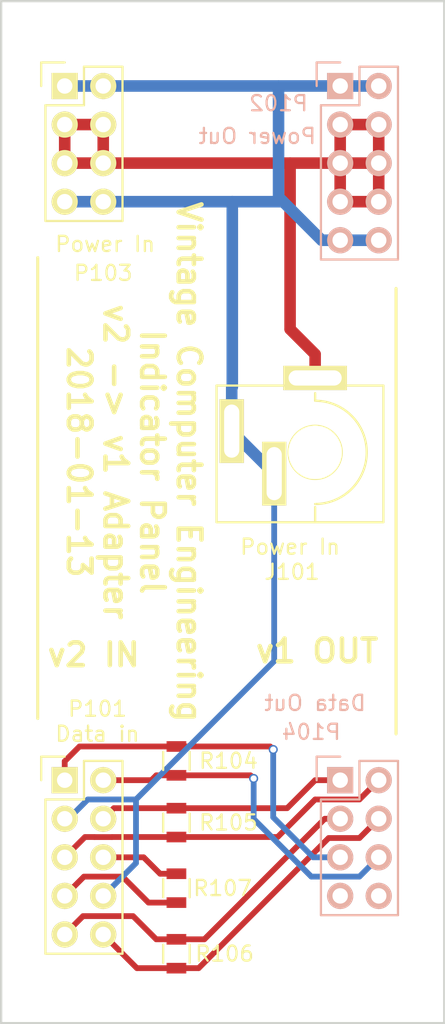
<source format=kicad_pcb>
(kicad_pcb (version 4) (host pcbnew 4.0.7+dfsg1-1)

  (general
    (links 35)
    (no_connects 0)
    (area 66.472999 62.408999 95.833001 129.869001)
    (thickness 1.6)
    (drawings 9)
    (tracks 95)
    (zones 0)
    (modules 9)
    (nets 13)
  )

  (page USLetter)
  (title_block
    (title "Indicator Panel")
    (date 2018-02-23)
    (rev 2.0)
    (company "Vintage Computer Engineering")
  )

  (layers
    (0 F.Cu signal)
    (31 B.Cu signal)
    (32 B.Adhes user)
    (33 F.Adhes user)
    (34 B.Paste user)
    (35 F.Paste user)
    (36 B.SilkS user)
    (37 F.SilkS user)
    (38 B.Mask user)
    (39 F.Mask user)
    (40 Dwgs.User user)
    (41 Cmts.User user)
    (42 Eco1.User user)
    (43 Eco2.User user)
    (44 Edge.Cuts user)
    (45 Margin user)
    (46 B.CrtYd user)
    (47 F.CrtYd user)
    (48 B.Fab user)
    (49 F.Fab user)
  )

  (setup
    (last_trace_width 0.762)
    (user_trace_width 0.762)
    (trace_clearance 0.1524)
    (zone_clearance 0.508)
    (zone_45_only no)
    (trace_min 0.2)
    (segment_width 0.2)
    (edge_width 0.15)
    (via_size 0.6)
    (via_drill 0.4)
    (via_min_size 0.4)
    (via_min_drill 0.3)
    (user_via 0.762 0.508)
    (uvia_size 0.3)
    (uvia_drill 0.1)
    (uvias_allowed no)
    (uvia_min_size 0)
    (uvia_min_drill 0)
    (pcb_text_width 0.3)
    (pcb_text_size 1.5 1.5)
    (mod_edge_width 0.15)
    (mod_text_size 1 1)
    (mod_text_width 0.15)
    (pad_size 3.5 3.5)
    (pad_drill 3.5)
    (pad_to_mask_clearance 0.2)
    (aux_axis_origin 0 0)
    (grid_origin 61.468 62.484)
    (visible_elements FFFFEF7F)
    (pcbplotparams
      (layerselection 0x010f0_80000001)
      (usegerberextensions true)
      (excludeedgelayer true)
      (linewidth 0.100000)
      (plotframeref false)
      (viasonmask false)
      (mode 1)
      (useauxorigin false)
      (hpglpennumber 1)
      (hpglpenspeed 20)
      (hpglpendiameter 15)
      (hpglpenoverlay 2)
      (psnegative false)
      (psa4output false)
      (plotreference true)
      (plotvalue true)
      (plotinvisibletext false)
      (padsonsilk false)
      (subtractmaskfromsilk false)
      (outputformat 1)
      (mirror false)
      (drillshape 0)
      (scaleselection 1)
      (outputdirectory output))
  )

  (net 0 "")
  (net 1 GND)
  (net 2 "Net-(P101-Pad1)")
  (net 3 "Net-(P101-Pad2)")
  (net 4 "Net-(P101-Pad5)")
  (net 5 "Net-(P101-Pad6)")
  (net 6 "Net-(P101-Pad4)")
  (net 7 "Net-(P101-Pad7)")
  (net 8 "Net-(P101-Pad9)")
  (net 9 "Net-(P101-Pad10)")
  (net 10 "Net-(J101-Pad1)")
  (net 11 "Net-(P104-Pad7)")
  (net 12 "Net-(P104-Pad8)")

  (net_class Default "This is the default net class."
    (clearance 0.1524)
    (trace_width 0.381)
    (via_dia 0.6)
    (via_drill 0.4)
    (uvia_dia 0.3)
    (uvia_drill 0.1)
    (add_net GND)
    (add_net "Net-(J101-Pad1)")
    (add_net "Net-(P101-Pad1)")
    (add_net "Net-(P101-Pad10)")
    (add_net "Net-(P101-Pad2)")
    (add_net "Net-(P101-Pad4)")
    (add_net "Net-(P101-Pad5)")
    (add_net "Net-(P101-Pad6)")
    (add_net "Net-(P101-Pad7)")
    (add_net "Net-(P101-Pad9)")
    (add_net "Net-(P104-Pad7)")
    (add_net "Net-(P104-Pad8)")
  )

  (module myMods.pretty:PJ-032B (layer F.Cu) (tedit 5A25B3E7) (tstamp 5A5A2E04)
    (at 87.249 87.302 270)
    (descr http://www.cui.com/product/resource/pj-032b.pdf)
    (tags "barrell jack 2.5mm")
    (path /56980F06)
    (fp_text reference J101 (at 12.774 1.524 540) (layer F.SilkS)
      (effects (font (size 1 1) (thickness 0.15)))
    )
    (fp_text value "Power In" (at 11.123 1.651 540) (layer F.SilkS)
      (effects (font (size 1 1) (thickness 0.15)))
    )
    (fp_line (start 1.5 0) (end 1 0) (layer F.SilkS) (width 0.15))
    (fp_line (start 8.5 0) (end 9.5 0) (layer F.SilkS) (width 0.15))
    (fp_arc (start 4.9 0) (end 1.5 0) (angle 180) (layer F.SilkS) (width 0.15))
    (fp_line (start 0.5 -4.5) (end 0.5 6.5) (layer F.SilkS) (width 0.15))
    (fp_line (start 9.5 -4.5) (end 0.5 -4.5) (layer F.SilkS) (width 0.15))
    (fp_line (start 9.5 6.5) (end 9.5 -4.5) (layer F.SilkS) (width 0.15))
    (fp_line (start 0.5 6.5) (end 9.5 6.5) (layer F.SilkS) (width 0.15))
    (fp_circle (center 4.9 0) (end 6.65 0) (layer F.SilkS) (width 0.15))
    (pad 3 thru_hole rect (at 6.3 2.7) (size 1.6 4.2) (drill oval 1 3.5) (layers *.Cu *.Mask F.SilkS)
      (net 1 GND))
    (pad 2 thru_hole rect (at 3.5 5.5) (size 1.6 4.2) (drill oval 1 3.5) (layers *.Cu *.Mask F.SilkS)
      (net 1 GND))
    (pad 1 thru_hole rect (at 0 0 270) (size 1.6 4.2) (drill oval 1 3.5) (layers *.Cu *.Mask F.SilkS)
      (net 10 "Net-(J101-Pad1)"))
    (pad "" np_thru_hole circle (at 4.9 0) (size 3.5 3.5) (drill 3.5) (layers *.Cu *.Mask F.SilkS))
  )

  (module Resistors_SMD:R_0805 (layer F.Cu) (tedit 5415CDEB) (tstamp 5A5A2F16)
    (at 78.105 112.522 270)
    (descr "Resistor SMD 0805, reflow soldering, Vishay (see dcrcw.pdf)")
    (tags "resistor 0805")
    (path /56CCA809)
    (attr smd)
    (fp_text reference R104 (at 0 -3.429 360) (layer F.SilkS)
      (effects (font (size 1 1) (thickness 0.15)))
    )
    (fp_text value 150Ω (at 1.397 -3.556 360) (layer F.Fab)
      (effects (font (size 1 1) (thickness 0.15)))
    )
    (fp_line (start -1.6 -1) (end 1.6 -1) (layer F.CrtYd) (width 0.05))
    (fp_line (start -1.6 1) (end 1.6 1) (layer F.CrtYd) (width 0.05))
    (fp_line (start -1.6 -1) (end -1.6 1) (layer F.CrtYd) (width 0.05))
    (fp_line (start 1.6 -1) (end 1.6 1) (layer F.CrtYd) (width 0.05))
    (fp_line (start 0.6 0.875) (end -0.6 0.875) (layer F.SilkS) (width 0.15))
    (fp_line (start -0.6 -0.875) (end 0.6 -0.875) (layer F.SilkS) (width 0.15))
    (pad 1 smd rect (at -0.95 0 270) (size 0.7 1.3) (layers F.Cu F.Paste F.Mask)
      (net 2 "Net-(P101-Pad1)"))
    (pad 2 smd rect (at 0.95 0 270) (size 0.7 1.3) (layers F.Cu F.Paste F.Mask)
      (net 3 "Net-(P101-Pad2)"))
    (model Resistors_SMD.3dshapes/R_0805.wrl
      (at (xyz 0 0 0))
      (scale (xyz 1 1 1))
      (rotate (xyz 0 0 0))
    )
  )

  (module Resistors_SMD:R_0805 (layer F.Cu) (tedit 5415CDEB) (tstamp 5A5A2F1C)
    (at 78.105 116.586 270)
    (descr "Resistor SMD 0805, reflow soldering, Vishay (see dcrcw.pdf)")
    (tags "resistor 0805")
    (path /56CCA5D4)
    (attr smd)
    (fp_text reference R105 (at 0 -3.429 360) (layer F.SilkS)
      (effects (font (size 1 1) (thickness 0.15)))
    )
    (fp_text value 150Ω (at 1.524 -3.556 360) (layer F.Fab)
      (effects (font (size 1 1) (thickness 0.15)))
    )
    (fp_line (start -1.6 -1) (end 1.6 -1) (layer F.CrtYd) (width 0.05))
    (fp_line (start -1.6 1) (end 1.6 1) (layer F.CrtYd) (width 0.05))
    (fp_line (start -1.6 -1) (end -1.6 1) (layer F.CrtYd) (width 0.05))
    (fp_line (start 1.6 -1) (end 1.6 1) (layer F.CrtYd) (width 0.05))
    (fp_line (start 0.6 0.875) (end -0.6 0.875) (layer F.SilkS) (width 0.15))
    (fp_line (start -0.6 -0.875) (end 0.6 -0.875) (layer F.SilkS) (width 0.15))
    (pad 1 smd rect (at -0.95 0 270) (size 0.7 1.3) (layers F.Cu F.Paste F.Mask)
      (net 6 "Net-(P101-Pad4)"))
    (pad 2 smd rect (at 0.95 0 270) (size 0.7 1.3) (layers F.Cu F.Paste F.Mask)
      (net 4 "Net-(P101-Pad5)"))
    (model Resistors_SMD.3dshapes/R_0805.wrl
      (at (xyz 0 0 0))
      (scale (xyz 1 1 1))
      (rotate (xyz 0 0 0))
    )
  )

  (module Resistors_SMD:R_0805 (layer F.Cu) (tedit 5415CDEB) (tstamp 5A5A2F22)
    (at 78.105 125.222 270)
    (descr "Resistor SMD 0805, reflow soldering, Vishay (see dcrcw.pdf)")
    (tags "resistor 0805")
    (path /56CCA903)
    (attr smd)
    (fp_text reference R106 (at 0 -3.175 360) (layer F.SilkS)
      (effects (font (size 1 1) (thickness 0.15)))
    )
    (fp_text value 150Ω (at 1.524 -3.302 360) (layer F.Fab)
      (effects (font (size 1 1) (thickness 0.15)))
    )
    (fp_line (start -1.6 -1) (end 1.6 -1) (layer F.CrtYd) (width 0.05))
    (fp_line (start -1.6 1) (end 1.6 1) (layer F.CrtYd) (width 0.05))
    (fp_line (start -1.6 -1) (end -1.6 1) (layer F.CrtYd) (width 0.05))
    (fp_line (start 1.6 -1) (end 1.6 1) (layer F.CrtYd) (width 0.05))
    (fp_line (start 0.6 0.875) (end -0.6 0.875) (layer F.SilkS) (width 0.15))
    (fp_line (start -0.6 -0.875) (end 0.6 -0.875) (layer F.SilkS) (width 0.15))
    (pad 1 smd rect (at -0.95 0 270) (size 0.7 1.3) (layers F.Cu F.Paste F.Mask)
      (net 8 "Net-(P101-Pad9)"))
    (pad 2 smd rect (at 0.95 0 270) (size 0.7 1.3) (layers F.Cu F.Paste F.Mask)
      (net 9 "Net-(P101-Pad10)"))
    (model Resistors_SMD.3dshapes/R_0805.wrl
      (at (xyz 0 0 0))
      (scale (xyz 1 1 1))
      (rotate (xyz 0 0 0))
    )
  )

  (module Resistors_SMD:R_0805 (layer F.Cu) (tedit 5415CDEB) (tstamp 5A5A2F28)
    (at 78.105 120.904 270)
    (descr "Resistor SMD 0805, reflow soldering, Vishay (see dcrcw.pdf)")
    (tags "resistor 0805")
    (path /56CCA9FA)
    (attr smd)
    (fp_text reference R107 (at 0 -3.048 360) (layer F.SilkS)
      (effects (font (size 1 1) (thickness 0.15)))
    )
    (fp_text value 150Ω (at 1.524 -3.302 360) (layer F.Fab)
      (effects (font (size 1 1) (thickness 0.15)))
    )
    (fp_line (start -1.6 -1) (end 1.6 -1) (layer F.CrtYd) (width 0.05))
    (fp_line (start -1.6 1) (end 1.6 1) (layer F.CrtYd) (width 0.05))
    (fp_line (start -1.6 -1) (end -1.6 1) (layer F.CrtYd) (width 0.05))
    (fp_line (start 1.6 -1) (end 1.6 1) (layer F.CrtYd) (width 0.05))
    (fp_line (start 0.6 0.875) (end -0.6 0.875) (layer F.SilkS) (width 0.15))
    (fp_line (start -0.6 -0.875) (end 0.6 -0.875) (layer F.SilkS) (width 0.15))
    (pad 1 smd rect (at -0.95 0 270) (size 0.7 1.3) (layers F.Cu F.Paste F.Mask)
      (net 5 "Net-(P101-Pad6)"))
    (pad 2 smd rect (at 0.95 0 270) (size 0.7 1.3) (layers F.Cu F.Paste F.Mask)
      (net 7 "Net-(P101-Pad7)"))
    (model Resistors_SMD.3dshapes/R_0805.wrl
      (at (xyz 0 0 0))
      (scale (xyz 1 1 1))
      (rotate (xyz 0 0 0))
    )
  )

  (module Pin_Headers:Pin_Header_Straight_2x05 (layer F.Cu) (tedit 5A5A67A9) (tstamp 5A5A65DA)
    (at 70.739 113.792)
    (descr "Through hole pin header")
    (tags "pin header")
    (path /56CC6D79)
    (fp_text reference P101 (at 2.159 -4.699) (layer F.SilkS)
      (effects (font (size 1 1) (thickness 0.15)))
    )
    (fp_text value "Data in" (at 2.159 -3.048) (layer F.SilkS)
      (effects (font (size 1 1) (thickness 0.15)))
    )
    (fp_line (start -1.75 -1.75) (end -1.75 11.95) (layer F.CrtYd) (width 0.05))
    (fp_line (start 4.3 -1.75) (end 4.3 11.95) (layer F.CrtYd) (width 0.05))
    (fp_line (start -1.75 -1.75) (end 4.3 -1.75) (layer F.CrtYd) (width 0.05))
    (fp_line (start -1.75 11.95) (end 4.3 11.95) (layer F.CrtYd) (width 0.05))
    (fp_line (start 3.81 -1.27) (end 3.81 11.43) (layer F.SilkS) (width 0.15))
    (fp_line (start 3.81 11.43) (end -1.27 11.43) (layer F.SilkS) (width 0.15))
    (fp_line (start -1.27 11.43) (end -1.27 1.27) (layer F.SilkS) (width 0.15))
    (fp_line (start 3.81 -1.27) (end 1.27 -1.27) (layer F.SilkS) (width 0.15))
    (fp_line (start 0 -1.55) (end -1.55 -1.55) (layer F.SilkS) (width 0.15))
    (fp_line (start 1.27 -1.27) (end 1.27 1.27) (layer F.SilkS) (width 0.15))
    (fp_line (start 1.27 1.27) (end -1.27 1.27) (layer F.SilkS) (width 0.15))
    (fp_line (start -1.55 -1.55) (end -1.55 0) (layer F.SilkS) (width 0.15))
    (pad 1 thru_hole rect (at 0 0) (size 1.7272 1.7272) (drill 1.016) (layers *.Cu *.Mask F.SilkS)
      (net 2 "Net-(P101-Pad1)"))
    (pad 2 thru_hole oval (at 2.54 0) (size 1.7272 1.7272) (drill 1.016) (layers *.Cu *.Mask F.SilkS)
      (net 3 "Net-(P101-Pad2)"))
    (pad 3 thru_hole oval (at 0 2.54) (size 1.7272 1.7272) (drill 1.016) (layers *.Cu *.Mask F.SilkS)
      (net 1 GND))
    (pad 4 thru_hole oval (at 2.54 2.54) (size 1.7272 1.7272) (drill 1.016) (layers *.Cu *.Mask F.SilkS)
      (net 6 "Net-(P101-Pad4)"))
    (pad 5 thru_hole oval (at 0 5.08) (size 1.7272 1.7272) (drill 1.016) (layers *.Cu *.Mask F.SilkS)
      (net 4 "Net-(P101-Pad5)"))
    (pad 6 thru_hole oval (at 2.54 5.08) (size 1.7272 1.7272) (drill 1.016) (layers *.Cu *.Mask F.SilkS)
      (net 5 "Net-(P101-Pad6)"))
    (pad 7 thru_hole oval (at 0 7.62) (size 1.7272 1.7272) (drill 1.016) (layers *.Cu *.Mask F.SilkS)
      (net 7 "Net-(P101-Pad7)"))
    (pad 8 thru_hole oval (at 2.54 7.62) (size 1.7272 1.7272) (drill 1.016) (layers *.Cu *.Mask F.SilkS)
      (net 1 GND))
    (pad 9 thru_hole oval (at 0 10.16) (size 1.7272 1.7272) (drill 1.016) (layers *.Cu *.Mask F.SilkS)
      (net 8 "Net-(P101-Pad9)"))
    (pad 10 thru_hole oval (at 2.54 10.16) (size 1.7272 1.7272) (drill 1.016) (layers *.Cu *.Mask F.SilkS)
      (net 9 "Net-(P101-Pad10)"))
    (model Pin_Headers.3dshapes/Pin_Header_Straight_2x05.wrl
      (at (xyz 0.05 -0.2 0))
      (scale (xyz 1 1 1))
      (rotate (xyz 0 0 90))
    )
  )

  (module Socket_Strips:Socket_Strip_Straight_2x05 (layer B.Cu) (tedit 5A5A6A0A) (tstamp 5A5A65E7)
    (at 88.9 68.072 270)
    (descr "Through hole socket strip")
    (tags "socket strip")
    (path /56CC791A)
    (fp_text reference P102 (at 1.143 4.064 360) (layer B.SilkS)
      (effects (font (size 1 1) (thickness 0.15)) (justify mirror))
    )
    (fp_text value "Power Out" (at 3.302 5.461 360) (layer B.SilkS)
      (effects (font (size 1 1) (thickness 0.15)) (justify mirror))
    )
    (fp_line (start -1.75 1.75) (end -1.75 -4.3) (layer B.CrtYd) (width 0.05))
    (fp_line (start 11.95 1.75) (end 11.95 -4.3) (layer B.CrtYd) (width 0.05))
    (fp_line (start -1.75 1.75) (end 11.95 1.75) (layer B.CrtYd) (width 0.05))
    (fp_line (start -1.75 -4.3) (end 11.95 -4.3) (layer B.CrtYd) (width 0.05))
    (fp_line (start -1.27 -3.81) (end 11.43 -3.81) (layer B.SilkS) (width 0.15))
    (fp_line (start 11.43 -3.81) (end 11.43 1.27) (layer B.SilkS) (width 0.15))
    (fp_line (start 11.43 1.27) (end 1.27 1.27) (layer B.SilkS) (width 0.15))
    (fp_line (start -1.27 -3.81) (end -1.27 -1.27) (layer B.SilkS) (width 0.15))
    (fp_line (start 0 1.55) (end -1.55 1.55) (layer B.SilkS) (width 0.15))
    (fp_line (start -1.27 -1.27) (end 1.27 -1.27) (layer B.SilkS) (width 0.15))
    (fp_line (start 1.27 -1.27) (end 1.27 1.27) (layer B.SilkS) (width 0.15))
    (fp_line (start -1.55 1.55) (end -1.55 0) (layer B.SilkS) (width 0.15))
    (pad 1 thru_hole rect (at 0 0 270) (size 1.7272 1.7272) (drill 1.016) (layers *.Cu *.Mask B.SilkS)
      (net 1 GND))
    (pad 2 thru_hole oval (at 0 -2.54 270) (size 1.7272 1.7272) (drill 1.016) (layers *.Cu *.Mask B.SilkS)
      (net 1 GND))
    (pad 3 thru_hole oval (at 2.54 0 270) (size 1.7272 1.7272) (drill 1.016) (layers *.Cu *.Mask B.SilkS)
      (net 10 "Net-(J101-Pad1)"))
    (pad 4 thru_hole oval (at 2.54 -2.54 270) (size 1.7272 1.7272) (drill 1.016) (layers *.Cu *.Mask B.SilkS)
      (net 10 "Net-(J101-Pad1)"))
    (pad 5 thru_hole oval (at 5.08 0 270) (size 1.7272 1.7272) (drill 1.016) (layers *.Cu *.Mask B.SilkS)
      (net 10 "Net-(J101-Pad1)"))
    (pad 6 thru_hole oval (at 5.08 -2.54 270) (size 1.7272 1.7272) (drill 1.016) (layers *.Cu *.Mask B.SilkS)
      (net 10 "Net-(J101-Pad1)"))
    (pad 7 thru_hole oval (at 7.62 0 270) (size 1.7272 1.7272) (drill 1.016) (layers *.Cu *.Mask B.SilkS)
      (net 10 "Net-(J101-Pad1)"))
    (pad 8 thru_hole oval (at 7.62 -2.54 270) (size 1.7272 1.7272) (drill 1.016) (layers *.Cu *.Mask B.SilkS)
      (net 10 "Net-(J101-Pad1)"))
    (pad 9 thru_hole oval (at 10.16 0 270) (size 1.7272 1.7272) (drill 1.016) (layers *.Cu *.Mask B.SilkS)
      (net 1 GND))
    (pad 10 thru_hole oval (at 10.16 -2.54 270) (size 1.7272 1.7272) (drill 1.016) (layers *.Cu *.Mask B.SilkS)
      (net 1 GND))
    (model Socket_Strips.3dshapes/Socket_Strip_Straight_2x05.wrl
      (at (xyz 0.2 -0.05 0))
      (scale (xyz 1 1 1))
      (rotate (xyz 0 0 180))
    )
  )

  (module Pin_Headers:Pin_Header_Straight_2x04 (layer F.Cu) (tedit 5A5A67A2) (tstamp 5A5A65F4)
    (at 70.739 68.072)
    (descr "Through hole pin header")
    (tags "pin header")
    (path /56CC6EC8)
    (fp_text reference P103 (at 2.54 12.319) (layer F.SilkS)
      (effects (font (size 1 1) (thickness 0.15)))
    )
    (fp_text value "Power In" (at 2.667 10.414) (layer F.SilkS)
      (effects (font (size 1 1) (thickness 0.15)))
    )
    (fp_line (start -1.75 -1.75) (end -1.75 9.4) (layer F.CrtYd) (width 0.05))
    (fp_line (start 4.3 -1.75) (end 4.3 9.4) (layer F.CrtYd) (width 0.05))
    (fp_line (start -1.75 -1.75) (end 4.3 -1.75) (layer F.CrtYd) (width 0.05))
    (fp_line (start -1.75 9.4) (end 4.3 9.4) (layer F.CrtYd) (width 0.05))
    (fp_line (start -1.27 1.27) (end -1.27 8.89) (layer F.SilkS) (width 0.15))
    (fp_line (start -1.27 8.89) (end 3.81 8.89) (layer F.SilkS) (width 0.15))
    (fp_line (start 3.81 8.89) (end 3.81 -1.27) (layer F.SilkS) (width 0.15))
    (fp_line (start 3.81 -1.27) (end 1.27 -1.27) (layer F.SilkS) (width 0.15))
    (fp_line (start 0 -1.55) (end -1.55 -1.55) (layer F.SilkS) (width 0.15))
    (fp_line (start 1.27 -1.27) (end 1.27 1.27) (layer F.SilkS) (width 0.15))
    (fp_line (start 1.27 1.27) (end -1.27 1.27) (layer F.SilkS) (width 0.15))
    (fp_line (start -1.55 -1.55) (end -1.55 0) (layer F.SilkS) (width 0.15))
    (pad 1 thru_hole rect (at 0 0) (size 1.7272 1.7272) (drill 1.016) (layers *.Cu *.Mask F.SilkS)
      (net 1 GND))
    (pad 2 thru_hole oval (at 2.54 0) (size 1.7272 1.7272) (drill 1.016) (layers *.Cu *.Mask F.SilkS)
      (net 1 GND))
    (pad 3 thru_hole oval (at 0 2.54) (size 1.7272 1.7272) (drill 1.016) (layers *.Cu *.Mask F.SilkS)
      (net 10 "Net-(J101-Pad1)"))
    (pad 4 thru_hole oval (at 2.54 2.54) (size 1.7272 1.7272) (drill 1.016) (layers *.Cu *.Mask F.SilkS)
      (net 10 "Net-(J101-Pad1)"))
    (pad 5 thru_hole oval (at 0 5.08) (size 1.7272 1.7272) (drill 1.016) (layers *.Cu *.Mask F.SilkS)
      (net 10 "Net-(J101-Pad1)"))
    (pad 6 thru_hole oval (at 2.54 5.08) (size 1.7272 1.7272) (drill 1.016) (layers *.Cu *.Mask F.SilkS)
      (net 10 "Net-(J101-Pad1)"))
    (pad 7 thru_hole oval (at 0 7.62) (size 1.7272 1.7272) (drill 1.016) (layers *.Cu *.Mask F.SilkS)
      (net 1 GND))
    (pad 8 thru_hole oval (at 2.54 7.62) (size 1.7272 1.7272) (drill 1.016) (layers *.Cu *.Mask F.SilkS)
      (net 1 GND))
    (model Pin_Headers.3dshapes/Pin_Header_Straight_2x04.wrl
      (at (xyz 0.05 -0.15 0))
      (scale (xyz 1 1 1))
      (rotate (xyz 0 0 90))
    )
  )

  (module Socket_Strips:Socket_Strip_Straight_2x04 (layer B.Cu) (tedit 5A5A6A13) (tstamp 5A5A65FF)
    (at 88.9 113.792 270)
    (descr "Through hole socket strip")
    (tags "socket strip")
    (path /56CC8882)
    (fp_text reference P104 (at -3.175 1.905 360) (layer B.SilkS)
      (effects (font (size 1 1) (thickness 0.15)) (justify mirror))
    )
    (fp_text value "Data Out" (at -5.08 1.651 360) (layer B.SilkS)
      (effects (font (size 1 1) (thickness 0.15)) (justify mirror))
    )
    (fp_line (start -1.75 1.75) (end -1.75 -4.3) (layer B.CrtYd) (width 0.05))
    (fp_line (start 9.4 1.75) (end 9.4 -4.3) (layer B.CrtYd) (width 0.05))
    (fp_line (start -1.75 1.75) (end 9.4 1.75) (layer B.CrtYd) (width 0.05))
    (fp_line (start -1.75 -4.3) (end 9.4 -4.3) (layer B.CrtYd) (width 0.05))
    (fp_line (start 1.27 1.27) (end 8.89 1.27) (layer B.SilkS) (width 0.15))
    (fp_line (start 8.89 1.27) (end 8.89 -3.81) (layer B.SilkS) (width 0.15))
    (fp_line (start 8.89 -3.81) (end -1.27 -3.81) (layer B.SilkS) (width 0.15))
    (fp_line (start -1.27 -3.81) (end -1.27 -1.27) (layer B.SilkS) (width 0.15))
    (fp_line (start 0 1.55) (end -1.55 1.55) (layer B.SilkS) (width 0.15))
    (fp_line (start -1.27 -1.27) (end 1.27 -1.27) (layer B.SilkS) (width 0.15))
    (fp_line (start 1.27 -1.27) (end 1.27 1.27) (layer B.SilkS) (width 0.15))
    (fp_line (start -1.55 1.55) (end -1.55 0) (layer B.SilkS) (width 0.15))
    (pad 1 thru_hole rect (at 0 0 270) (size 1.7272 1.7272) (drill 1.016) (layers *.Cu *.Mask B.SilkS)
      (net 6 "Net-(P101-Pad4)"))
    (pad 2 thru_hole oval (at 0 -2.54 270) (size 1.7272 1.7272) (drill 1.016) (layers *.Cu *.Mask B.SilkS)
      (net 4 "Net-(P101-Pad5)"))
    (pad 3 thru_hole oval (at 2.54 0 270) (size 1.7272 1.7272) (drill 1.016) (layers *.Cu *.Mask B.SilkS)
      (net 8 "Net-(P101-Pad9)"))
    (pad 4 thru_hole oval (at 2.54 -2.54 270) (size 1.7272 1.7272) (drill 1.016) (layers *.Cu *.Mask B.SilkS)
      (net 9 "Net-(P101-Pad10)"))
    (pad 5 thru_hole oval (at 5.08 0 270) (size 1.7272 1.7272) (drill 1.016) (layers *.Cu *.Mask B.SilkS)
      (net 2 "Net-(P101-Pad1)"))
    (pad 6 thru_hole oval (at 5.08 -2.54 270) (size 1.7272 1.7272) (drill 1.016) (layers *.Cu *.Mask B.SilkS)
      (net 3 "Net-(P101-Pad2)"))
    (pad 7 thru_hole oval (at 7.62 0 270) (size 1.7272 1.7272) (drill 1.016) (layers *.Cu *.Mask B.SilkS)
      (net 11 "Net-(P104-Pad7)"))
    (pad 8 thru_hole oval (at 7.62 -2.54 270) (size 1.7272 1.7272) (drill 1.016) (layers *.Cu *.Mask B.SilkS)
      (net 12 "Net-(P104-Pad8)"))
    (model Socket_Strips.3dshapes/Socket_Strip_Straight_2x04.wrl
      (at (xyz 0.15 -0.05 0))
      (scale (xyz 1 1 1))
      (rotate (xyz 0 0 180))
    )
  )

  (gr_line (start 92.583 81.407) (end 92.583 110.744) (layer F.SilkS) (width 0.2))
  (gr_line (start 68.961 79.375) (end 68.961 109.728) (layer F.SilkS) (width 0.2))
  (gr_text "v1 OUT" (at 87.376 105.283) (layer F.SilkS)
    (effects (font (size 1.5 1.5) (thickness 0.3)))
  )
  (gr_text "v2 IN" (at 72.644 105.537) (layer F.SilkS)
    (effects (font (size 1.5 1.5) (thickness 0.3)))
  )
  (gr_text "Vintage Computer Engineering\nIndicator Panel\nv2 -> v1 Adapter\n2018-01-13" (at 75.311 92.837 270) (layer F.SilkS)
    (effects (font (size 1.5 1.5) (thickness 0.3)))
  )
  (gr_line (start 66.548 62.484) (end 66.548 129.794) (angle 90) (layer Edge.Cuts) (width 0.15))
  (gr_line (start 95.758 129.794) (end 66.548 129.794) (angle 90) (layer Edge.Cuts) (width 0.15))
  (gr_line (start 95.758 62.484) (end 95.758 129.794) (angle 90) (layer Edge.Cuts) (width 0.15))
  (gr_line (start 66.548 62.484) (end 95.758 62.484) (angle 90) (layer Edge.Cuts) (width 0.15))

  (segment (start 81.749 90.802) (end 81.749 87.94) (width 0.762) (layer B.Cu) (net 1) (status 10))
  (segment (start 81.749 87.94) (end 81.788 87.901) (width 0.762) (layer B.Cu) (net 1))
  (segment (start 81.788 87.901) (end 81.788 75.692) (width 0.762) (layer B.Cu) (net 1))
  (segment (start 84.549 93.602) (end 81.749 90.802) (width 0.762) (layer B.Cu) (net 1) (status 30))
  (segment (start 75.438 115.062) (end 84.549 105.951) (width 0.381) (layer B.Cu) (net 1))
  (segment (start 84.549 105.951) (end 84.549 93.602) (width 0.381) (layer B.Cu) (net 1) (status 20))
  (segment (start 70.739 116.332) (end 70.993 116.332) (width 0.381) (layer B.Cu) (net 1) (status 30))
  (segment (start 70.993 116.332) (end 72.263 115.062) (width 0.381) (layer B.Cu) (net 1) (status 10))
  (segment (start 72.263 115.062) (end 75.438 115.062) (width 0.381) (layer B.Cu) (net 1))
  (segment (start 75.438 119.253) (end 75.438 115.062) (width 0.381) (layer B.Cu) (net 1))
  (segment (start 73.279 121.412) (end 75.438 119.253) (width 0.381) (layer B.Cu) (net 1) (status 10))
  (segment (start 73.279 75.692) (end 81.788 75.692) (width 0.762) (layer B.Cu) (net 1) (status 10))
  (segment (start 81.788 75.692) (end 85.138686 75.692) (width 0.762) (layer B.Cu) (net 1))
  (segment (start 70.739 75.692) (end 73.279 75.692) (width 0.762) (layer B.Cu) (net 1) (status 30))
  (segment (start 73.279 68.072) (end 84.836 68.072) (width 0.762) (layer B.Cu) (net 1) (status 10))
  (segment (start 70.739 68.072) (end 73.279 68.072) (width 0.762) (layer B.Cu) (net 1) (status 30))
  (segment (start 84.836 68.072) (end 88.9 68.072) (width 0.762) (layer B.Cu) (net 1) (status 20))
  (segment (start 84.836 68.072) (end 84.836 75.389314) (width 0.762) (layer B.Cu) (net 1))
  (segment (start 84.836 75.389314) (end 85.138686 75.692) (width 0.762) (layer B.Cu) (net 1))
  (segment (start 91.44 68.072) (end 88.9 68.072) (width 0.762) (layer B.Cu) (net 1) (status 30))
  (segment (start 88.9 78.232) (end 87.678686 78.232) (width 0.762) (layer B.Cu) (net 1) (status 10))
  (segment (start 87.678686 78.232) (end 85.138686 75.692) (width 0.762) (layer B.Cu) (net 1))
  (segment (start 91.44 78.232) (end 88.9 78.232) (width 0.762) (layer B.Cu) (net 1) (status 30))
  (segment (start 88.9 118.872) (end 87.122 118.872) (width 0.381) (layer B.Cu) (net 2) (status 10))
  (segment (start 87.122 118.872) (end 84.48476 116.23476) (width 0.381) (layer B.Cu) (net 2))
  (segment (start 84.48476 116.23476) (end 84.48476 111.774392) (width 0.381) (layer B.Cu) (net 2))
  (segment (start 78.105 111.572) (end 71.7144 111.572) (width 0.381) (layer F.Cu) (net 2) (status 10))
  (segment (start 71.7144 111.572) (end 70.739 112.5474) (width 0.381) (layer F.Cu) (net 2))
  (segment (start 70.739 112.5474) (end 70.739 113.792) (width 0.381) (layer F.Cu) (net 2) (status 20))
  (segment (start 78.105 111.572) (end 84.282368 111.572) (width 0.381) (layer F.Cu) (net 2) (status 10))
  (segment (start 84.282368 111.572) (end 84.48476 111.774392) (width 0.381) (layer F.Cu) (net 2))
  (segment (start 78.094292 111.627822) (end 78.123606 111.598508) (width 0.381) (layer F.Cu) (net 2) (status 30))
  (via (at 84.48476 111.774392) (size 0.6) (drill 0.4) (layers F.Cu B.Cu) (net 2))
  (segment (start 91.44 118.872) (end 90.17 120.142) (width 0.381) (layer B.Cu) (net 3) (status 10))
  (segment (start 90.17 120.142) (end 86.995 120.142) (width 0.381) (layer B.Cu) (net 3))
  (segment (start 86.995 120.142) (end 83.194941 116.341941) (width 0.381) (layer B.Cu) (net 3))
  (segment (start 83.194941 116.341941) (end 83.194941 113.679807) (width 0.381) (layer B.Cu) (net 3))
  (segment (start 73.279 113.792) (end 76.454 113.792) (width 0.381) (layer F.Cu) (net 3) (status 10))
  (segment (start 76.454 113.792) (end 76.774 113.472) (width 0.381) (layer F.Cu) (net 3))
  (segment (start 76.774 113.472) (end 78.105 113.472) (width 0.381) (layer F.Cu) (net 3) (status 20))
  (segment (start 78.105 113.472) (end 82.987134 113.472) (width 0.381) (layer F.Cu) (net 3) (status 10))
  (segment (start 82.987134 113.472) (end 83.194941 113.679807) (width 0.381) (layer F.Cu) (net 3))
  (segment (start 77.947722 113.533237) (end 77.977036 113.503923) (width 0.381) (layer F.Cu) (net 3) (status 30))
  (via (at 83.194941 113.679807) (size 0.6) (drill 0.4) (layers F.Cu B.Cu) (net 3))
  (segment (start 78.105 117.536) (end 73.860622 117.536) (width 0.381) (layer F.Cu) (net 4) (status 10))
  (segment (start 72.075 117.536) (end 70.739 118.872) (width 0.381) (layer F.Cu) (net 4) (status 20))
  (segment (start 73.860622 117.536) (end 73.858121 117.538501) (width 0.381) (layer F.Cu) (net 4))
  (segment (start 73.858121 117.538501) (end 72.699879 117.538501) (width 0.381) (layer F.Cu) (net 4))
  (segment (start 72.699879 117.538501) (end 72.697378 117.536) (width 0.381) (layer F.Cu) (net 4))
  (segment (start 72.697378 117.536) (end 72.075 117.536) (width 0.381) (layer F.Cu) (net 4))
  (segment (start 78.105 117.536) (end 84.775 117.536) (width 0.381) (layer F.Cu) (net 4) (status 10))
  (segment (start 84.775 117.536) (end 87.249 115.062) (width 0.381) (layer F.Cu) (net 4))
  (segment (start 87.249 115.062) (end 90.17 115.062) (width 0.381) (layer F.Cu) (net 4))
  (segment (start 90.17 115.062) (end 91.44 113.792) (width 0.381) (layer F.Cu) (net 4) (status 20))
  (segment (start 78.105 119.954) (end 77.028 119.954) (width 0.381) (layer F.Cu) (net 5) (status 10))
  (segment (start 77.028 119.954) (end 75.946 118.872) (width 0.381) (layer F.Cu) (net 5))
  (segment (start 75.946 118.872) (end 73.279 118.872) (width 0.381) (layer F.Cu) (net 5) (status 20))
  (segment (start 78.105 115.636) (end 73.975 115.636) (width 0.381) (layer F.Cu) (net 6) (status 10))
  (segment (start 73.975 115.636) (end 73.279 116.332) (width 0.381) (layer F.Cu) (net 6) (status 20))
  (segment (start 78.105 115.636) (end 85.405 115.636) (width 0.381) (layer F.Cu) (net 6) (status 10))
  (segment (start 85.405 115.636) (end 87.249 113.792) (width 0.381) (layer F.Cu) (net 6))
  (segment (start 87.249 113.792) (end 88.9 113.792) (width 0.381) (layer F.Cu) (net 6) (status 20))
  (segment (start 78.105 121.854) (end 76.261 121.854) (width 0.381) (layer F.Cu) (net 7) (status 10))
  (segment (start 74.549 120.142) (end 72.009 120.142) (width 0.381) (layer F.Cu) (net 7))
  (segment (start 72.009 120.142) (end 70.739 121.412) (width 0.381) (layer F.Cu) (net 7) (status 20))
  (segment (start 76.261 121.854) (end 74.549 120.142) (width 0.381) (layer F.Cu) (net 7))
  (segment (start 88.9 116.332) (end 87.884 116.332) (width 0.381) (layer F.Cu) (net 8) (status 10))
  (segment (start 87.884 116.332) (end 79.944 124.272) (width 0.381) (layer F.Cu) (net 8))
  (segment (start 79.944 124.272) (end 78.105 124.272) (width 0.381) (layer F.Cu) (net 8) (status 20))
  (segment (start 78.105 124.272) (end 76.774 124.272) (width 0.381) (layer F.Cu) (net 8) (status 10))
  (segment (start 76.774 124.272) (end 75.247499 122.745499) (width 0.381) (layer F.Cu) (net 8))
  (segment (start 75.247499 122.745499) (end 71.945501 122.745499) (width 0.381) (layer F.Cu) (net 8))
  (segment (start 71.945501 122.745499) (end 70.739 123.952) (width 0.381) (layer F.Cu) (net 8) (status 20))
  (segment (start 78.105 126.172) (end 79.568 126.172) (width 0.381) (layer F.Cu) (net 9) (status 10))
  (segment (start 79.568 126.172) (end 88.138 117.602) (width 0.381) (layer F.Cu) (net 9))
  (segment (start 88.138 117.602) (end 90.17 117.602) (width 0.381) (layer F.Cu) (net 9))
  (segment (start 90.17 117.602) (end 91.44 116.332) (width 0.381) (layer F.Cu) (net 9) (status 20))
  (segment (start 78.105 126.172) (end 75.499 126.172) (width 0.381) (layer F.Cu) (net 9) (status 10))
  (segment (start 75.499 126.172) (end 73.279 123.952) (width 0.381) (layer F.Cu) (net 9) (status 20))
  (segment (start 87.249 87.302) (end 87.249 85.74) (width 0.762) (layer F.Cu) (net 10) (status 10))
  (segment (start 87.249 85.74) (end 85.598 84.089) (width 0.762) (layer F.Cu) (net 10))
  (segment (start 85.598 84.089) (end 85.598 73.152) (width 0.762) (layer F.Cu) (net 10))
  (segment (start 73.279 73.152) (end 85.598 73.152) (width 0.762) (layer F.Cu) (net 10) (status 10))
  (segment (start 85.598 73.152) (end 88.9 73.152) (width 0.762) (layer F.Cu) (net 10) (status 20))
  (segment (start 70.739 70.612) (end 73.279 70.612) (width 0.762) (layer F.Cu) (net 10) (status 30))
  (segment (start 70.739 73.152) (end 70.739 70.612) (width 0.762) (layer F.Cu) (net 10) (status 30))
  (segment (start 73.279 73.152) (end 70.739 73.152) (width 0.762) (layer F.Cu) (net 10) (status 30))
  (segment (start 73.279 70.612) (end 73.279 73.152) (width 0.762) (layer F.Cu) (net 10) (status 30))
  (segment (start 91.44 73.152) (end 88.9 73.152) (width 0.762) (layer F.Cu) (net 10) (status 30))
  (segment (start 91.44 73.152) (end 91.44 75.692) (width 0.762) (layer F.Cu) (net 10) (status 30))
  (segment (start 91.44 70.612) (end 91.44 73.152) (width 0.762) (layer F.Cu) (net 10) (status 30))
  (segment (start 88.9 70.612) (end 91.44 70.612) (width 0.762) (layer F.Cu) (net 10) (status 30))
  (segment (start 88.9 73.152) (end 88.9 70.612) (width 0.762) (layer F.Cu) (net 10) (status 30))
  (segment (start 88.9 75.692) (end 88.9 73.152) (width 0.762) (layer F.Cu) (net 10) (status 30))
  (segment (start 91.44 75.692) (end 88.9 75.692) (width 0.762) (layer F.Cu) (net 10) (status 30))

)

</source>
